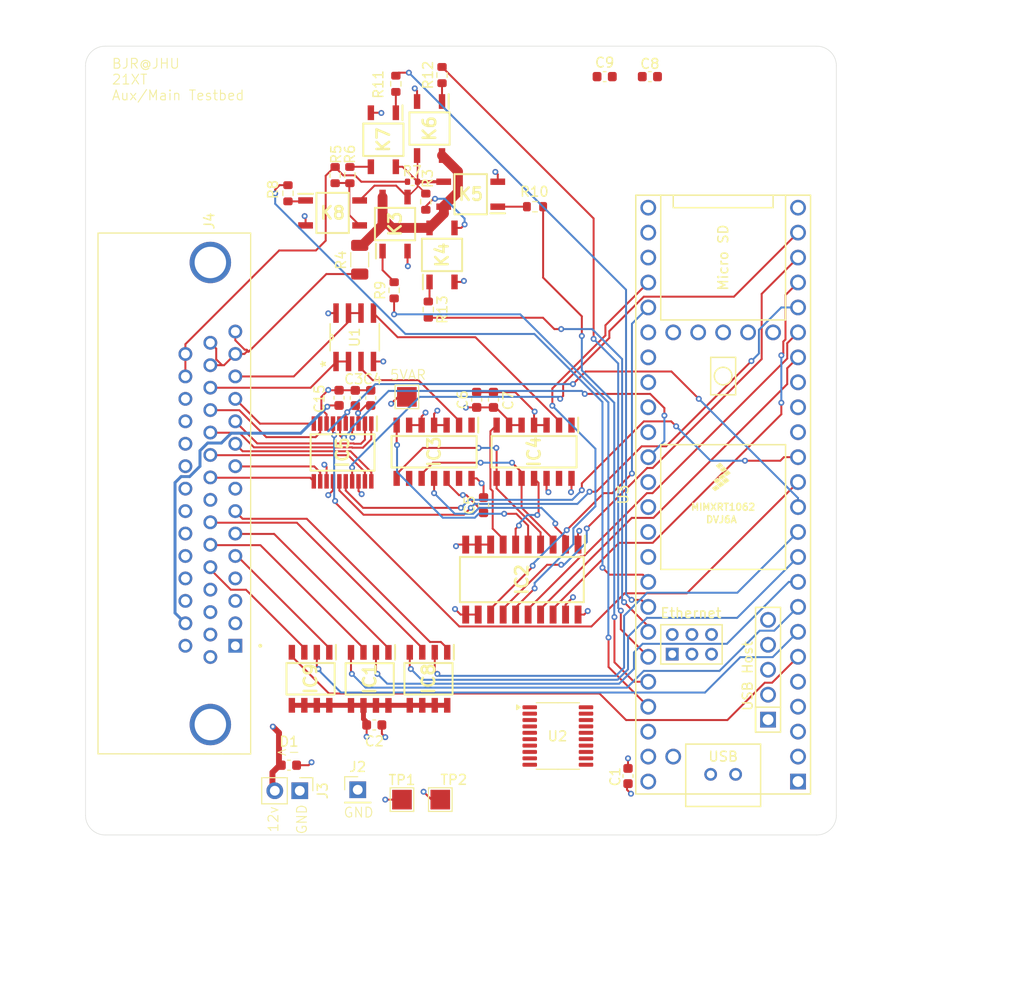
<source format=kicad_pcb>
(kicad_pcb (version 20240108) (generator "pcbnew") (generator_version "8.0")
  (layers (0 "F.Cu" signal) (1 "In1.Cu" signal) (2 "In2.Cu" signal) (31 "B.Cu" signal) (34 "B.Paste" user) (35 "F.Paste" user) (36 "B.SilkS" user "B.Silkscreen") (37 "F.SilkS" user "F.Silkscreen") (38 "B.Mask" user) (39 "F.Mask" user) (44 "Edge.Cuts" user))
  (net 0 "")
  (net 1 "5v_buck")
  (net 2 "GNDA")
  (net 3 "5v_var")
  (net 4 "3v3")
  (net 5 "12v")
  (net 6 "DOUT0")
  (net 7 "Net-(IC2-A5)")
  (net 8 "DOUT1")
  (net 9 "Net-(IC2-A3)")
  (net 10 "Net-(IC2-A6)")
  (net 11 "Net-(IC2-A2)")
  (net 12 "Net-(IC2-A1)")
  (net 13 "Net-(IC2-A4)")
  (net 18 "AOUT2")
  (net 20 "AOUT4")
  (net 22 "AOUT7")
  (net 23 "AOUT3")
  (net 24 "AOUT8")
  (net 25 "AOUT1")
  (net 27 "AOUT5")
  (net 31 "AOUT6")
  (net 32 "CS_acc")
  (net 35 "DOUT2")
  (net 36 "DOUT5")
  (net 39 "DOUT4")
  (net 40 "QS1+")
  (net 42 "RX_device")
  (net 44 "QS1F-")
  (net 46 "AOUT0")
  (net 49 "AOUT9")
  (net 53 "RX_acc")
  (net 55 "MISO1_device")
  (net 56 "RESET_device")
  (net 62 "LDAC1")
  (net 65 "LDAC2")
  (net 67 "SCLK1_device")
  (net 70 "CS1")
  (net 71 "MOSI1_device")
  (net 73 "S1")
  (net 77 "CS_device")
  (net 79 "LDAC_device")
  (net 80 "CS2")
  (net 83 "DIN5")
  (net 84 "DIN4")
  (net 85 "DIN3")
  (net 86 "DIN2")
  (net 87 "RESET")
  (net 88 "MOSI")
  (net 89 "SCLK")
  (net 90 "MISO")
  (net 91 "S4")
  (net 92 "LDAC")
  (net 93 "CS")
  (net 94 "S2")
  (net 95 "Net-(IC4-OUT)")
  (net 99 "S3")
  (net 100 "S6")
  (net 101 "S5")
  (net 102 "Net-(IC3-OUT)")
  (net 106 "DIN1")
  (net 107 "DIN0")
  (net 108 "Net-(K3-LOAD_1)")
  (net 109 "Net-(K3-LOAD_2)")
  (net 110 "Net-(K3-+_CONTROL)")
  (net 111 "Net-(K4-LOAD_1)")
  (net 112 "Net-(K4-+_CONTROL)")
  (net 113 "Net-(K5-+_CONTROL)")
  (net 114 "Net-(K6-+_CONTROL)")
  (net 115 "Net-(K7-LOAD_1)")
  (net 116 "Net-(K7-+_CONTROL)")
  (net 117 "Net-(K8-LOAD_1)")
  (net 118 "Net-(K8-+_CONTROL)")
  (footprint "Capacitor_SMD:C_0603_1608Metric" (layer "F.Cu") (at 124.3 80.6 90)
    (property "Reference" "C6")
    (property "Value" ".1uF")
  )
  (footprint "Capacitor_SMD:C_0603_1608Metric" (layer "F.Cu") (at 110.3 80.4 -90)
    (property "Reference" "C15")
    (property "Value" ".1uF")
  )
  (footprint "accessory_test:DB44" (layer "F.Cu") (at 97.203244 90.139348 -90)
    (property "Reference" "J4")
    (property "Value" "DB44")
  )
  (footprint "Capacitor_SMD:C_0603_1608Metric" (layer "F.Cu") (at 111.951 80.413 90)
    (property "Reference" "C3")
    (property "Value" ".1uF")
  )
  (footprint "Capacitor_SMD:C_0603_1608Metric" (layer "F.Cu") (at 125 91.325 90)
    (property "Reference" "C5")
    (property "Value" ".1uF")
  )
  (footprint "Resistor_SMD:R_0603_1608Metric" (layer "F.Cu") (at 120.775 47.542 90)
    (property "Reference" "R12")
    (property "Value" "390Ω")
  )
  (footprint "Resistor_SMD:R_0603_1608Metric" (layer "F.Cu") (at 105.1 59.575 -90)
    (property "Reference" "R8")
    (property "Value" "390Ω")
  )
  (footprint "Capacitor_SMD:C_0603_1608Metric" (layer "F.Cu") (at 139.7 118.9 -90)
    (property "Reference" "C1")
    (property "Value" ".1uF")
  )
  (footprint "accessory_test:CPC1017N" (layer "F.Cu") (at 114.806 54.127 -90)
    (property "Reference" "K7")
    (property "Value" "CPC1017N" (hide yes))
  )
  (footprint "Capacitor_SMD:C_0603_1608Metric" (layer "F.Cu") (at 137.325 47.7)
    (property "Reference" "C9")
    (property "Value" ".1uF")
  )
  (footprint "Resistor_SMD:R_0603_1608Metric" (layer "F.Cu") (at 119.378 71.419 -90)
    (property "Reference" "R13")
    (property "Value" "390Ω")
  )
  (footprint "accessory_test:SN74LVC245ANSR" (layer "F.Cu") (at 128.9 98.9 -90)
    (property "Reference" "IC2")
    (property "Value" "SN74LVC245ANSR" (hide yes))
  )
  (footprint "Resistor_SMD:R_0402_1005Metric" (layer "F.Cu") (at 117.773 58.401 180)
    (property "Reference" "R7")
    (property "Value" "332Ω")
  )
  (footprint "Capacitor_SMD:C_0603_1608Metric" (layer "F.Cu") (at 141.925 47.7 180)
    (property "Reference" "C8")
    (property "Value" ".1uF")
  )
  (footprint "TestPoint:TestPoint_Pad_2.0x2.0mm" (layer "F.Cu") (at 120.6 121.3)
    (property "Reference" "TP2")
    (property "Value" "TestPoint")
  )
  (footprint "Package_SO:TSSOP-20_4.4x6.5mm_P0.65mm" (layer "F.Cu") (at 132.5625 114.825)
    (property "Reference" "U2")
    (property "Value" "UM3208UK")
  )
  (footprint "Resistor_SMD:R_0603_1608Metric" (layer "F.Cu") (at 111.4 57.725 90)
    (property "Reference" "R6")
    (property "Value" "2Ω")
  )
  (footprint "TestPoint:TestPoint_Pad_2.0x2.0mm" (layer "F.Cu") (at 117.2 80.3)
    (property "Reference" "TP3" (hide yes))
    (property "Value" "TestPoint")
  )
  (footprint "TestPoint:TestPoint_Pad_2.0x2.0mm" (layer "F.Cu") (at 116.7 121.3)
    (property "Reference" "TP1")
    (property "Value" "TestPoint")
  )
  (footprint "accessory_test:CPC1017N" (layer "F.Cu") (at 109.643 61.576)
    (property "Reference" "K8")
    (property "Value" "CPC1017N" (hide yes))
  )
  (footprint "Resistor_SMD:R_0603_1608Metric" (layer "F.Cu") (at 130.237 60.941)
    (property "Reference" "R10")
    (property "Value" "390Ω")
  )
  (footprint "Resistor_SMD:R_0603_1608Metric" (layer "F.Cu") (at 119.124 60.433 -90)
    (property "Reference" "R3")
    (property "Value" ".75Ω")
  )
  (footprint "accessory_test:CPC1017N" (layer "F.Cu") (at 115.996057 62.710172 90)
    (property "Reference" "K3")
    (property "Value" "CPC1017N" (hide yes))
  )
  (footprint "accessory_test:AD5676" (layer "F.Cu") (at 110.655 85.962 -90)
    (property "Reference" "IC5")
    (property "Value" "AD5676BRUZ" (hide yes))
  )
  (footprint "Resistor_SMD:R_1206_3216Metric" (layer "F.Cu") (at 112.4 66.3375 90)
    (property "Reference" "R4")
    (property "Value" "3.01Ω")
  )
  (footprint "accessory_test:DMN3033LSD" (layer "F.Cu") (at 113.418 109.012 -90)
    (property "Reference" "IC1")
    (property "Value" "DMN3033LSD-13" (hide yes))
  )
  (footprint "Capacitor_SMD:C_0603_1608Metric" (layer "F.Cu") (at 105.2 117.8)
    (property "Reference" "D1")
    (property "Value" "PTVS12VZ1USK")
  )
  (footprint "Connector_PinHeader_2.54mm:PinHeader_1x02_P2.54mm_Vertical" (layer "F.Cu") (at 106.3 120.4 -90)
    (property "Reference" "J3")
    (property "Value" "Conn_01x02")
  )
  (footprint "accessory_test:Teensy41" (layer "F.Cu") (at 149.38 90.25 90)
    (property "Reference" "U3")
    (property "Value" "Teensy4.1")
  )
  (footprint "accessory_test:CPC1017N" (layer "F.Cu") (at 123.696 59.671 180)
    (property "Reference" "K5")
    (property "Value" "CPC1017N" (hide yes))
  )
  (footprint "Resistor_SMD:R_0603_1608Metric" (layer "F.Cu") (at 109.9 57.725 90)
    (property "Reference" "R5")
    (property "Value" "100kΩ")
  )
  (footprint "Resistor_SMD:R_0603_1608Metric" (layer "F.Cu") (at 115.903904 69.453487 90)
    (property "Reference" "R9")
    (property "Value" "390Ω")
  )
  (footprint "Connector_PinHeader_2.54mm:PinHeader_1x01_P2.54mm_Vertical" (layer "F.Cu") (at 112.2 120.3)
    (property "Reference" "J2")
    (property "Value" "Conn_01x01")
  )
  (footprint "Resistor_SMD:R_0603_1608Metric" (layer "F.Cu") (at 116.076 48.431 90)
    (property "Reference" "R11")
    (property "Value" "390Ω")
  )
  (footprint "accessory_test:OPA2376AIDR" (layer "F.Cu") (at 111.895 74.2362 90)
    (property "Reference" "U1")
    (property "Value" "OPA2376AIDR")
  )
  (footprint "accessory_test:CPC1017N" (layer "F.Cu") (at 120.775 65.85 90)
    (property "Reference" "K4")
    (property "Value" "CPC1017N" (hide yes))
  )
  (footprint "accessory_test:MAX5719" (layer "F.Cu") (at 119.97 85.888 -90)
    (property "Reference" "IC3")
    (property "Value" "MAX5719GSD+" (hide yes))
  )
  (footprint "accessory_test:MAX5719" (layer "F.Cu") (at 130.14 85.888 -90)
    (property "Reference" "IC4")
    (property "Value" "MAX5719GSD+" (hide yes))
  )
  (footprint "accessory_test:DMN3033LSD" (layer "F.Cu") (at 119.4 109 -90)
    (property "Reference" "IC8")
    (property "Value" "DMN3033LSD-13" (hide yes))
  )
  (footprint "Capacitor_SMD:C_0603_1608Metric" (layer "F.Cu") (at 113.51975 80.406357 90)
    (property "Reference" "C4")
    (property "Value" "10uF")
  )
  (footprint "Capacitor_SMD:C_0603_1608Metric" (layer "F.Cu") (at 126.01 80.6 90)
    (property "Reference" "C7")
    (property "Value" "10uF")
  )
  (footprint "accessory_test:CPC1017N" (layer "F.Cu") (at 119.505 52.984 -90)
    (property "Reference" "K6")
    (property "Value" "CPC1017N" (hide yes))
  )
  (footprint "Capacitor_SMD:C_0603_1608Metric" (layer "F.Cu") (at 113.88 113.7 180)
    (property "Reference" "C2")
    (property "Value" ".1uF")
  )
  (footprint "accessory_test:DMN3033LSD" (layer "F.Cu") (at 107.4 109 -90)
    (property "Reference" "IC9")
    (property "Value" "DMN3033LSD-13" (hide yes))
  )
  (gr_line (start 160.9 46.6) (end 160.9 122.9) (stroke (width 0.05)) (layer "Edge.Cuts"))
  (gr_line (start 158.9 124.9) (end 86.5 124.9) (stroke (width 0.05)) (layer "Edge.Cuts"))
  (gr_arc (start 84.5 46.6) (mid 85.085786 45.185786) (end 86.5 44.6) (stroke (width 0.05)) (layer "Edge.Cuts"))
  (gr_line (start 84.5 122.9) (end 84.5 46.6) (stroke (width 0.05)) (layer "Edge.Cuts"))
  (gr_arc (start 158.9 44.6) (mid 160.314214 45.185786) (end 160.9 46.6) (stroke (width 0.05)) (layer "Edge.Cuts"))
  (gr_line (start 86.5 44.6) (end 158.9 44.6) (stroke (width 0.05)) (layer "Edge.Cuts"))
  (gr_arc (start 86.5 124.9) (mid 85.085786 124.314214) (end 84.5 122.9) (stroke (width 0.05)) (layer "Edge.Cuts"))
  (gr_arc (start 160.9 122.9) (mid 160.314214 124.314214) (end 158.9 124.9) (stroke (width 0.05)) (layer "Edge.Cuts"))
  (gr_text "GND" (at 107.1 124.9 90) (layer "F.SilkS") (effects (font (size 1 1) (thickness 0.1)) (justify left bottom)))
  (gr_text "12v" (at 104.2 124.7 90) (layer "F.SilkS") (effects (font (size 1 1) (thickness 0.1)) (justify left bottom)))
  (gr_text "5VAR" (at 115.422 78.649 0) (layer "F.SilkS") (effects (font (size 1 1) (thickness 0.1)) (justify left bottom)))
  (gr_text "<-" (at 103.8 117 0) (layer "F.SilkS") (effects (font (size 1 1) (thickness 0.1)) (justify left bottom)))
  (gr_text "GND" (at 110.7 123.2 0) (layer "F.SilkS") (effects (font (size 1 1) (thickness 0.1)) (justify left bottom)))
  (gr_text "BJR@JHU\n21XT\nAux/Main Testbed" (at 87.122 50.1904 0) (layer "F.SilkS") (effects (font (size 1 1) (thickness 0.1)) (justify left bottom)))
  (segment (start 112.241185 81.958815) (end 113.018643 81.181357) (width 0.2) (layer "F.Cu") (net 1))
  (segment (start 133.95 88.6) (end 133.95 89.95) (width 0.2) (layer "F.Cu") (net 1))
  (segment (start 113.105 113.7) (end 113.105 113.405) (width 0.2) (layer "F.Cu") (net 1))
  (segment (start 134.615 102.462) (end 135.238 102.462) (width 0.2) (layer "F.Cu") (net 1))
  (segment (start 113.105 113.405) (end 112.783 113.083) (width 0.5) (layer "F.Cu") (net 1))
  (segment (start 109.99 71.7724) (end 109.2276 71.7724) (width 0.2) (layer "F.Cu") (net 1))
  (segment (start 124.3 88.6) (end 124.8 89.1) (width 0.2) (layer "F.Cu") (net 1))
  (segment (start 112.783 113.083) (end 112.783 111.712) (width 0.5) (layer "F.Cu") (net 1))
  (segment (start 112.232656 81.469656) (end 111.951 81.188) (width 0.2) (layer "F.Cu") (net 1))
  (segment (start 113.018643 81.181357) (end 113.51975 81.181357) (width 0.2) (layer "F.Cu") (net 1))
  (segment (start 133.95 89.95) (end 133.9 90) (width 0.2) (layer "F.Cu") (net 1))
  (segment (start 113.105 113.7) (end 113.105 114.895) (width 0.2) (layer "F.Cu") (net 1))
  (segment (start 113.105 114.895) (end 113.1 114.9) (width 0.2) (layer "F.Cu") (net 1))
  (segment (start 125 90.55) (end 125 89.3) (width 0.2) (layer "F.Cu") (net 1))
  (segment (start 140 120.7) (end 139.6 120.3) (width 0.2) (layer "F.Cu") (net 1))
  (segment (start 112.28 83.024) (end 112.28 82.006159) (width 0.2) (layer "F.Cu") (net 1))
  (segment (start 139.6 120.3) (end 139.6 119.775) (width 0.2) (layer "F.Cu") (net 1))
  (segment (start 123.78 88.6) (end 124.3 88.6) (width 0.2) (layer "F.Cu") (net 1))
  (segment (start 109.2276 71.7724) (end 109.2 71.8) (width 0.2) (layer "F.Cu") (net 1))
  (segment (start 125 89.3) (end 124.8 89.1) (width 0.2) (layer "F.Cu") (net 1))
  (segment (start 139.6 119.775) (end 139.7 119.675) (width 0.2) (layer "F.Cu") (net 1))
  (segment (start 112.232656 81.958815) (end 112.232656 81.469656) (width 0.2) (layer "F.Cu") (net 1))
  (segment (start 105.495 111.7) (end 121.305 111.7) (width 0.5) (layer "F.Cu") (net 1))
  (segment (start 112.232656 81.958815) (end 112.241185 81.958815) (width 0.2) (layer "F.Cu") (net 1))
  (segment (start 112.28 82.006159) (end 112.232656 81.958815) (width 0.2) (layer "F.Cu") (net 1))
  (segment (start 135.238 102.462) (end 135.6 102.1) (width 0.2) (layer "F.Cu") (net 1))
  (segment (start 116.7 121.3) (end 115 121.3) (width 0.2) (layer "F.Cu") (net 1))
  (via (at 115 121.3) (size 0.6) (drill 0.3) (layers "F.Cu" "B.Cu") (net 1))
  (via (at 124.8 89.1) (size 0.6) (drill 0.3) (layers "F.Cu" "B.Cu") (net 1))
  (via (at 135.6 102.1) (size 0.6) (drill 0.3) (layers "F.Cu" "B.Cu") (net 1))
  (via (at 133.9 90) (size 0.6) (drill 0.3) (layers "F.Cu" "B.Cu") (net 1))
  (via (at 112.232656 81.958815) (size 0.6) (drill 0.3) (layers "F.Cu" "B.Cu") (net 1))
  (via (at 109.2 71.8) (size 0.6) (drill 0.3) (layers "F.Cu" "B.Cu") (net 1))
  (via (at 113.1 114.9) (size 0.6) (drill 0.3) (layers "F.Cu" "B.Cu") (net 1))
  (via (at 140 120.7) (size 0.6) (drill 0.3) (layers "F.Cu" "B.Cu") (net 1))
  (segment (start 126.446 58.401) (end 126.446 57.646) (width 0.2) (layer "F.Cu") (net 2))
  (segment (start 134.737228 93.94121) (end 134.615 94.063438) (width 0.2) (layer "F.Cu") (net 2))
  (segment (start 114.655 114.605) (end 115 114.95) (width 0.2) (layer "F.Cu") (net 2))
  (segment (start 118.235 50.234) (end 118.235 49.135) (width 0.2) (layer "F.Cu") (net 2))
  (segment (start 109.68 88.9) (end 109.68 89.82) (width 0.2) (layer "F.Cu") (net 2))
  (segment (start 139.7 118.125) (end 139.7 117.1) (width 0.2) (layer "F.Cu") (net 2))
  (segment (start 130.14 83.176) (end 130.14 81.86) (width 0.2) (layer "F.Cu") (net 2))
  (segment (start 108.5 80.3) (end 109.2 79.6) (width 0.2) (layer "F.Cu") (net 2))
  (segment (start 113.51975 79.631357) (end 109.231357 79.631357) (width 0.2) (layer "F.Cu") (net 2))
  (segment (start 114.655 113.7) (end 114.655 114.605) (width 0.2) (layer "F.Cu") (net 2))
  (segment (start 118.235 49.135) (end 118 48.9) (width 0.2) (layer "F.Cu") (net 2))
  (segment (start 109.231357 79.631357) (end 109.2 79.6) (width 0.2) (layer "F.Cu") (net 2))
  (segment (start 122.662 102.462) (end 122.1 101.9) (width 0.2) (layer "F.Cu") (net 2))
  (segment (start 131.41 89.81) (end 131.6 90) (width 0.2) (layer "F.Cu") (net 2))
  (segment (start 133.345 101.455) (end 134.1 100.7) (width 0.2) (layer "F.Cu") (net 2))
  (segment (start 109.68 89.82) (end 109.2 90.3) (width 0.2) (layer "F.Cu") (net 2))
  (segment (start 108.5 81.548529) (end 108.5 80.3) (width 0.2) (layer "F.Cu") (net 2))
  (segment (start 128.225 79.825) (end 130.2 81.8) (width 0.2) (layer "F.Cu") (net 2))
  (segment (start 126.446 57.646) (end 126.2 57.4) (width 0.2) (layer "F.Cu") (net 2))
  (segment (start 109.03 82.078529) (end 108.5 81.548529) (width 0.2) (layer "F.Cu") (net 2))
  (segment (start 109.03 83.024) (end 109.03 82.078529) (width 0.2) (layer "F.Cu") (net 2))
  (segment (start 122.9 90.3) (end 123.248529 90.3) (width 0.2) (layer "F.Cu") (net 2))
  (segment (start 124.455 102.462) (end 123.185 102.462) (width 0.2) (layer "F.Cu") (net 2))
  (segment (start 131.41 88.6) (end 131.41 89.81) (width 0.2) (layer "F.Cu") (net 2))
  (segment (start 113.536 51.377) (end 114.577 51.377) (width 0.2) (layer "F.Cu") (net 2))
  (segment (start 117.266057 66.966057) (end 117.3 67) (width 0.2) (layer "F.Cu") (net 2))
  (segment (start 123.185 95.338) (end 122.362 95.338) (width 0.2) (layer "F.Cu") (net 2))
  (segment (start 106.893 62.846) (end 106.893 61.993) (width 0.2) (layer "F.Cu") (net 2))
  (segment (start 133.345 102.462) (end 133.345 101.455) (width 0.2) (layer "F.Cu") (net 2))
  (segment (start 107.2 117.8) (end 107.5 117.5) (width 0.2) (layer "F.Cu") (net 2))
  (segment (start 122.045 68.6) (end 122.9 68.6) (width 0.2) (layer "F.Cu") (net 2))
  (segment (start 114.577 51.377) (end 114.6 51.4) (width 0.2) (layer "F.Cu") (net 2))
  (segment (start 122.5025 90.3) (end 122.9 90.3) (width 0.2) (layer "F.Cu") (net 2))
  (segment (start 106.893 61.993) (end 106.8 61.9) (width 0.2) (layer "F.Cu") (net 2))
  (segment (start 126.01 79.825) (end 128.225 79.825) (width 0.2) (layer "F.Cu") (net 2))
  (segment (start 130.14 83.176) (end 131.41 83.176) (width 0.2) (layer "F.Cu") (net 2))
  (segment (start 134.615 94.063438) (end 134.615 95.338) (width 0.2) (layer "F.Cu") (net 2))
  (segment (start 119.97 83.176) (end 121.24 83.176) (width 0.2) (layer "F.Cu") (net 2))
  (segment (start 123.248529 90.3) (end 125 92.051471) (width 0.2) (layer "F.Cu") (net 2))
  (segment (start 125.725 95.338) (end 123.185 95.338) (width 0.2) (layer "F.Cu") (net 2))
  (segment (start 124.3 79.825) (end 126.01 79.825) (width 0.2) (layer "F.Cu") (net 2))
  (segment (start 123.185 102.462) (end 122.662 102.462) (width 0.2) (layer "F.Cu") (net 2))
  (segment (start 113.8 76.7) (end 114.8 76.7) (width 0.2) (layer "F.Cu") (net 2))
  (segment (start 122.362 95.338) (end 122.2 95.5) (width 0.2) (layer "F.Cu") (net 2))
  (segment (start 119.97 82.03) (end 120.3 81.7) (width 0.2) (layer "F.Cu") (net 2))
  (segment (start 109.03 87.43) (end 108.8 87.2) (width 0.2) (layer "F.Cu") (net 2))
  (segment (start 122.9 68.6) (end 123 68.5) (width 0.2) (layer "F.Cu") (net 2))
  (segment (start 121.24 88.6) (end 121.24 89.0375) (width 0.2) (layer "F.Cu") (net 2))
  (segment (start 121.24 89.0375) (end 122.5025 90.3) (width 0.2) (layer "F.Cu") (net 2))
  (segment (start 117.266057 65.460172) (end 117.266057 66.966057) (width 0.2) (layer "F.Cu") (net 2))
  (segment (start 109.03 88.9) (end 109.03 87.43) (width 0.2) (layer "F.Cu") (net 2))
  (segment (start 130.14 81.86) (end 130.2 81.8) (width 0.2) (layer "F.Cu") (net 2))
  (segment (start 105.975 117.8) (end 107.2 117.8) (width 0.2) (layer "F.Cu") (net 2))
  (segment (start 125 92.051471) (end 125 92.1) (width 0.2) (layer "F.Cu") (net 2))
  (segment (start 119.97 83.176) (end 119.97 82.03) (width 0.2) (layer "F.Cu") (net 2))
  (via (at 109.2 79.6) (size 0.6) (drill 0.3) (layers "F.Cu" "B.Cu") (net 2))
  (via (at 115 114.95) (size 0.6) (drill 0.3) (layers "F.Cu" "B.Cu") (net 2))
  (via (at 117.3 67) (size 0.6) (drill 0.3) (layers "F.Cu" "B.Cu") (net 2))
  (via (at 134.737228 93.94121) (size 0.6) (drill 0.3) (layers "F.Cu" "B.Cu") (net 2))
  (via (at 131.6 90) (size 0.6) (drill 0.3) (layers "F.Cu" "B.Cu") (net 2))
  (via (at 134.1 100.7) (size 0.6) (drill 0.3) (layers "F.Cu" "B.Cu") (net 2))
  (via (at 114.6 51.4) (size 0.6) (drill 0.3) (layers "F.Cu" "B.Cu") (net 2))
  (via (at 122.1 101.9) (size 0.6) (drill 0.3) (layers "F.Cu" "B.Cu") (net 2))
  (via (at 122.9 90.3) (size 0.6) (drill 0.3) (layers "F.Cu" "B.Cu") (net 2))
  (via (at 122.2 95.5) (size 0.6) (drill 0.3) (layers "F.Cu" "B.Cu") (net 2))
  (via (at 114.8 76.7) (size 0.6) (drill 0.3) (layers "F.Cu" "B.Cu") (net 2))
  (via (at 109.2 90.3) (size 0.6) (drill 0.3) (layers "F.Cu" "B.Cu") (net 2))
  (via (at 130.2 81.8) (size 0.6) (drill 0.3) (layers "F.Cu" "B.Cu") (net 2))
  (via (at 139.7 117.1) (size 0.6) (drill 0.3) (layers "F.Cu" "B.Cu") (net 2))
  (via (at 118 48.9) (size 0.6) (drill 0.3) (layers "F.Cu" "B.Cu") (net 2))
  (via (at 123 68.5) (size 0.6) (drill 0.3) (layers "F.Cu" "B.Cu") (net 2))
  (via (at 120.3 81.7) (size 0.6) (drill 0.3) (layers "F.Cu" "B.Cu") (net 2))
  (via (at 106.8 61.9) (size 0.6) (drill 0.3) (layers "F.Cu" "B.Cu") (net 2))
  (via (at 108.8 87.2) (size 0.6) (drill 0.3) (layers "F.Cu" "B.Cu") (net 2))
  (via (at 126.2 57.4) (size 0.6) (drill 0.3) (layers "F.Cu" "B.Cu") (net 2))
  (via (at 107.5 117.5) (size 0.6) (drill 0.3) (layers "F.Cu" "B.Cu") (net 2))
  (segment (start 118.7 82.3) (end 119.1 81.9) (width 0.2) (layer "F.Cu") (net 3))
  (segment (start 127.6 83.176) (end 128.87 83.176) (width 0.2) (layer "F.Cu") (net 3))
  (segment (start 116.3 80.3) (end 115.6 81) (width 0.2) (layer "F.Cu") (net 3))
  (segment (start 124.3 81.375) (end 126.01 81.375) (width 0.2) (layer "F.Cu") (net 3))
  (segment (start 123.225 81.375) (end 123.2 81.4) (width 0.2) (layer "F.Cu") (net 3))
  (segment (start 112.28 89.88) (end 112.6 90.2) (width 0.2) (layer "F.Cu") (net 3))
  (segment (start 118.7 83.176) (end 118.7 82.3) (width 0.2) (layer "F.Cu") (net 3))
  (segment (start 117.43 83.176) (end 118.7 83.176) (width 0.2) (layer "F.Cu") (net 3))
  (segment (start 117.2 80.3) (end 116.3 80.3) (width 0.2) (layer "F.Cu") (net 3))
  (segment (start 126.2365 81.375) (end 126.01 81.375) (width 0.2) (layer "F.Cu") (net 3))
  (segment (start 127.6 82.7385) (end 126.2365 81.375) (width 0.2) (layer "F.Cu") (net 3))
  (segment (start 127.6 83.176) (end 127.6 82.7385) (width 0.2) (layer "F.Cu") (net 3))
  (segment (start 124.3 81.375) (end 123.225 81.375) (width 0.2) (layer "F.Cu") (net 3))
  (segment (start 112.28 88.9) (end 112.28 89.88) (width 0.2) (layer "F.Cu") (net 3))
  (via (at 123.2 81.4) (size 0.6) (drill 0.3) (layers "F.Cu" "B.Cu") (net 3))
  (via (at 115.6 81) (size 0.6) (drill 0.3) (layers "F.Cu" "B.Cu") (net 3))
  (via (at 112.6 90.2) (size 0.6) (drill 0.3) (layers "F.Cu" "B.Cu") (net 3))
  (via (at 119.1 81.9) (size 0.6) (drill 0.3) (layers "F.Cu" "B.Cu") (net 3))
  (segment (start 110.3 81.175) (end 109.225 81.175) (width 0.2) (layer "F.Cu") (net 4))
  (segment (start 111.65257 84.44) (end 111.63 84.41743) (width 0.2) (layer "F.Cu") (net 4))
  (segment (start 111.63 84.41743) (end 111.63 83.024) (width 0.2) (layer "F.Cu") (net 4))
  (segment (start 109.225 81.175) (end 109.1 81.3) (width 0.2) (layer "F.Cu") (net 4))
  (segment (start 119.7 121.3) (end 120.6 121.3) (width 0.2) (layer "F.Cu") (net 4))
  (segment (start 118.9 120.5) (end 119.7 121.3) (width 0.2) (layer "F.Cu") (net 4))
  (via (at 111.65257 84.44) (size 0.6) (drill 0.3) (layers "F.Cu" "B.Cu") (net 4))
  (via (at 118.9 120.5) (size 0.6) (drill 0.3) (layers "F.Cu" "B.Cu") (net 4))
  (via (at 109.1 81.3) (size 0.6) (drill 0.3) (layers "F.Cu" "B.Cu") (net 4))
  (segment (start 94.226662 88.413348) (end 95.099826 88.413348) (width 0.3) (layer "B.Cu") (net 4))
  (segment (start 99.32701 84) (end 106.4 84) (width 0.3) (layer "B.Cu") (net 4))
  (segment (start 93.609244 102.300348) (end 93.609244 89.030766) (width 0.3) (layer "B.Cu") (net 4))
  (segment (start 106.4 84) (end 109.1 81.3) (width 0.3) (layer "B.Cu") (net 4))
  (segment (start 93.609244 89.030766) (end 94.226662 88.413348) (width 0.3) (layer "B.Cu") (net 4))
  (segment (start 94.663244 103.354348) (end 93.609244 102.300348) (width 0.3) (layer "B.Cu") (net 4))
  (segment (start 95.099826 88.413348) (end 96.149244 87.36393) (width 0.3) (layer "B.Cu") (net 4))
  (segment (start 96.92951 85) (end 98.32701 85) (width 0.3) (layer "B.Cu") (net 4))
  (segment (start 96.149244 85.780266) (end 96.92951 85) (width 0.3) (layer "B.Cu") (net 4))
  (segment (start 96.149244 87.36393) (end 96.149244 85.780266) (width 0.3) (layer "B.Cu") (net 4))
  (segment (start 98.32701 85) (end 99.32701 84) (width 0.3) (layer "B.Cu") (net 4))
  (segment (start 104.185756 114.493954) (end 104.185756 117.868954) (width 0.6) (layer "F.Cu") (net 5))
  (segment (start 103.520756 120.468954) (end 103.520756 118.533954) (width 0.6) (layer "F.Cu") (net 5))
  (segment (start 103.520756 118.533954) (end 104.185756 117.868954) (width 0.6) (layer "F.Cu") (net 5))
  (segment (start 103.560756 113.868954) (end 104.185756 114.493954) (width 0.6) (layer "F.Cu") (net 5))
  (via (at 103.560756 113.868954) (size 0.6) (drill 0.3) (layers "F.Cu" "B.Cu") (net 5))
  (segment (start 100.485 92.71) (end 99.74 91.965) (width 0.2) (layer "F.Cu") (net 6))
  (segment (start 119.55 105.25) (end 107.01 92.71) (width 0.2) (layer "F.Cu") (net 6))
  (segment (start 107.01 92.71) (end 100.485 92.71) (width 0.2) (layer "F.Cu") (net 6))
  (segment (start 120.66 105.25) (end 119.55 105.25) (width 0.2) (layer "F.Cu") (net 6))
  (segment (start 121.305 105.895) (end 120.66 105.25) (width 0.2) (layer "F.Cu") (net 6))
  (segment (start 121.305 106.3) (end 121.305 105.895) (width 0.2) (layer "F.Cu") (net 6))
  (segment (start 130.6 89.06) (end 130.6 92.2) (width 0.2) (layer "F.Cu") (net 7))
  (segment (start 128.265 93.735) (end 128.265 95.338) (width 0.2) (layer "F.Cu") (net 7))
  (segment (start 128.6 93.4) (end 128.265 93.735) (width 0.2) (layer "F.Cu") (net 7))
  (segment (start 130.6 92.2) (end 130.474015 92.325985) (width 0.2) (layer "F.Cu") (net 7))
  (segment (start 130.14 88.6) (end 130.6 89.06) (width 0.2) (layer "F.Cu") (net 7))
  (via (at 130.474015 92.325985) (size 0.6) (drill 0.3) (layers "F.Cu" "B.Cu") (net 7))
  (via (at 128.6 93.4) (size 0.6) (drill 0.3) (layers "F.Cu" "B.Cu") (net 7))
  (segment (start 128.6 93.2) (end 129.474015 92.325985) (width 0.2) (layer "B.Cu") (net 7))
  (segment (start 128.6 93.4) (end 128.6 93.2) (width 0.2) (layer "B.Cu") (net 7))
  (segment (start 129.474015 92.325985) (end 130.474015 92.325985) (width 0.2) (layer "B.Cu") (net 7))
  (segment (start 115.323 106.312) (end 115.323 105.887) (width 0.2) (layer "F.Cu") (net 8))
  (segment (start 115.323 105.887) (end 103.691 94.255) (width 0.2) (layer "F.Cu") (net 8))
  (segment (start 103.691 94.255) (end 99.74 94.255) (width 0.2) (layer "F.Cu") (net 8))
  (segment (start 126.33 85.53) (end 126.33 88.6) (width 0.2) (layer "F.Cu") (net 9))
  (segment (start 118.8225 85.5) (end 124.5 85.5) (width 0.2) (layer "F.Cu") (net 9))
  (segment (start 116.16 88.1625) (end 118.8225 85.5) (width 0.2) (layer "F.Cu") (net 9))
  (segment (start 130.805 95.338) (end 130.805 94.105) (width 0.2) (layer "F.Cu") (net 9))
  (segment (start 116.16 88.6) (end 116.16 88.1625) (width 0.2) (layer "F.Cu") (net 9))
  (segment (start 126.33 89.63) (end 126.33 88.6) (width 0.2) (layer "F.Cu") (net 9))
  (segment (start 130.805 94.105) (end 126.33 89.63) (width 0.2) (layer "F.Cu") (net 9))
  (segment (start 126.3 85.5) (end 126.33 85.53) (width 0.2) (layer "F.Cu") (net 9))
  (via (at 124.5 85.5) (size 0.6) (drill 0.3) (layers "F.Cu" "B.Cu") (net 9))
  (via (at 126.3 85.5) (size 0.6) (drill 0.3) (layers "F.Cu" "B.Cu") (net 9))
  (segment (start 124.5 85.5) (end 126.3 85.5) (width 0.2) (layer "B.Cu") (net 9))
  (segment (start 125.7 83.806) (end 126.33 83.176) (width 0.2) (layer "F.Cu") (net 10))
  (segment (start 126.995 94.7755) (end 125.93 93.7105) (width 0.2) (layer "F.Cu") (net 10))
  (segment (start 125.7 89.6575) (end 125.7 83.806) (width 0.2) (layer "F.Cu") (net 10))
  (segment (start 125.93 93.7105) (end 125.93 89.8875) (width 0.2) (layer "F.Cu") (net 10))
  (segment (start 125.93 89.8875) (end 125.7 89.6575) (width 0.2) (layer "F.Cu") (net 10))
  (segment (start 126.995 95.338) (end 126.995 94.7755) (width 0.2) (layer "F.Cu") (net 10))
  (segment (start 119.8625 87) (end 124.7 87) (width 0.2) (layer "F.Cu") (net 11))
  (segment (start 132.075 95.338) (end 132.075 94.7755) (width 0.2) (layer "F.Cu") (net 11))
  (segment (start 127.9 87) (end 128.87 87.97) (width 0.2) (layer "F.Cu") (net 11))
  (segment (start 132.075 94.7755) (end 128.87 91.5705) (width 0.2) (layer "F.Cu") (net 11))
  (segment (start 128.87 87.97) (end 128.87 88.6) (width 0.2) (layer "F.Cu") (net 11))
  (segment (start 128.87 91.5705) (end 128.87 88.6) (width 0.2) (layer "F.Cu") (net 11))
  (segment (start 118.7 88.1625) (end 119.8625 87) (width 0.2) (layer "F.Cu") (net 11))
  (segment (start 118.7 88.6) (end 118.7 88.1625) (width 0.2) (layer "F.Cu") (net 11))
  (via (at 127.9 87) (size 0.6) (drill 0.3) (layers "F.Cu" "B.Cu") (net 11))
  (via (at 124.7 87) (size 0.6) (drill 0.3) (layers "F.Cu" "B.Cu") (net 11))
  (segment (start 127.9 87) (end 124.7 87) (width 0.2) (layer "B.Cu") (net 11))
  (segment (start 133.345 94.465686) (end 133.345 95.338) (width 0.2) (layer "F.Cu") (net 12))
  (segment (start 119.97 90.1) (end 119.97 88.6) (width 0.2) (layer "F.Cu") (net 12))
  (segment (start 132.3 93.548529) (end 133.217157 94.465686) (width 0.2) (layer "F.Cu") (net 12))
  (segment (start 133.217157 94.465686) (end 133.345 94.465686) (width 0.2) (layer "F.Cu") (net 12))
  (segment (start 132.3 93.548529) (end 132.3 93.2) (width 0.2) (layer "F.Cu") (net 12))
  (via (at 132.3 93.2) (size 0.6) (drill 0.3) (layers "F.Cu" "B.Cu") (net 12))
  (via (at 119.97 90.1) (size 0.6) (drill 0.3) (layers "F.Cu" "B.Cu") (net 12))
  (segment (start 132.3 93) (end 130.9 91.6) (width 0.2) (layer "B.Cu") (net 12))
  (segment (start 130.9 91.6) (end 124.548529 91.6) (width 0.2) (layer "B.Cu") (net 12))
  (segment (start 122.07 92.2) (end 119.97 90.1) (width 0.2) (layer "B.Cu") (net 12))
  (segment (start 123.948529 92.2) (end 122.07 92.2) (width 0.2) (layer "B.Cu") (net 12))
  (segment (start 124.548529 91.6) (end 123.948529 92.2) (width 0.2) (layer "B.Cu") (net 12))
  (segment (start 132.3 93.2) (end 132.3 93) (width 0.2) (layer "B.Cu") (net 12))
  (segment (start 129.535 93.400686) (end 129.535 95.338) (width 0.2) (layer "F.Cu") (net 13))
  (segment (start 116.2 85.2) (end 116.16 85.16) (width 0.2) (layer "F.Cu") (net 13))
  (segment (start 116.16 85.16) (end 116.16 83.176) (width 0.2) (layer "F.Cu") (net 13))
  (segment (start 128.334314 92.2) (end 129.535 93.400686) (width 0.2) (layer "F.Cu") (net 13))
  (segment (start 127.1 92.2) (end 128.334314 92.2) (width 0.2) (layer "F.Cu") (net 13))
  (via (at 116.2 85.2) (size 0.6) (drill 0.3) (layers "F.Cu" "B.Cu") (net 13))
  (via (at 127.1 92.2) (size 0.6) (drill 0.3) (layers "F.Cu" "B.Cu") (net 13))
  (segment (start 124.514215 92.2) (end 124.114215 92.6) (width 0.2) (layer "B.Cu") (net 13))
  (segment (start 127.1 92.2) (end 124.514215 92.2) (width 0.2) (layer "B.Cu") (net 13))
  (segment (start 116.2 87.948529) (end 116.2 85.2) (width 0.2) (layer "B.Cu") (net 13))
  (segment (start 120.851471 92.6) (end 116.2 87.948529) (width 0.2) (layer "B.Cu") (net 13))
  (segment (start 124.114215 92.6) (end 120.851471 92.6) (width 0.2) (layer "B.Cu") (net 13))
  (segment (start 111.4575 85.84) (end 100.485 85.84) (width 0.2) (layer "F.Cu") (net 18))
  (segment (start 113.58 87.9625) (end 111.4575 85.84) (width 0.2) (layer "F.Cu") (net 18))
  (segment (start 113.58 88.9) (end 113.58 87.9625) (width 0.2) (layer "F.Cu") (net 18))
  (segment (start 100.485 85.84) (end 99.74 85.095) (width 0.2) (layer "F.Cu") (net 18))
  (segment (start 102.249 83.024) (end 99.74 80.515) (width 0.2) (layer "F.Cu") (net 20))
  (segment (start 107.73 83.024) (end 102.249 83.024) (width 0.2) (layer "F.Cu") (net 20))
  (segment (start 111.218529 86.24) (end 97.2 86.24) (width 0.2) (layer "F.Cu") (net 22))
  (segment (start 112.93 87.951471) (end 111.218529 86.24) (width 0.2) (layer "F.Cu") (net 22))
  (segment (start 112.93 88.9) (end 112.93 87.951471) (width 0.2) (layer "F.Cu") (net 22))
  (segment (start 112.93 83.024) (end 112.93 84.67) (width 0.2) (layer "F.Cu") (net 23))
  (segment (start 111.820186 85.071314) (end 111.788872 85.04) (width 0.2) (layer "F.Cu") (net 23))
  (segment (start 112.528686 85.071314) (end 111.820186 85.071314) (width 0.2) (layer "F.Cu") (net 23))
  (segment (start 111.788872 85.04) (end 101.975 85.04) (width 0.2) (layer "F.Cu") (net 23))
  (segment (start 112.93 84.67) (end 112.528686 85.071314) (width 0.2) (layer "F.Cu") (net 23))
  (segment (start 101.975 85.04) (end 99.74 82.805) (width 0.2) (layer "F.Cu") (net 23))
  (segment (start 111.623186 85.44) (end 101.640635 85.44) (width 0.2) (layer "F.Cu") (net 24))
  (segment (start 112.728686 85.471314) (end 111.6545 85.471314) (width 0.2) (layer "F.Cu") (net 24))
  (segment (start 113.58 84.62) (end 112.728686 85.471314) (width 0.2) (layer "F.Cu") (net 24))
  (segment (start 111.6545 85.471314) (end 111.623186 85.44) (width 0.2) (layer "F.Cu") (net 24))
  (segment (start 101.640635 85.44) (end 100.150635 83.95) (width 0.2) (layer "F.Cu") (net 24))
  (segment (start 100.150635 83.95) (end 97.2 83.95) (width 0.2) (layer "F.Cu") (net 24))
  (segment (start 113.58 83.024) (end 113.58 84.62) (width 0.2) (layer "F.Cu") (net 24))
  (segment (start 108.38 88.9) (end 108.38 87.9875) (width 0.2) (layer "F.Cu") (net 25))
  (segment (start 107.7775 87.385) (end 99.74 87.385) (width 0.2) (layer "F.Cu") (net 25))
  (segment (start 108.38 87.9875) (end 107.7775 87.385) (width 0.2) (layer "F.Cu") (net 25))
  (segment (start 112.53 71.7724) (end 111.26 71.7724) (width 0.2) (layer "F.Cu") (net 27))
  (segment (start 105.6874 78.225) (end 99.74 78.225) (width 0.2) (layer "F.Cu") (net 27))
  (segment (start 111.26 72.6524) (end 111.26 71.7724) (width 0.2) (layer "F.Cu") (net 27))
  (segment (start 105.6874 78.225) (end 111.26 72.6524) (width 0.2) (layer "F.Cu") (net 27))
  (segment (start 107.36 88.53) (end 97.2 88.53) (width 0.2) (layer "F.Cu") (net 31))
  (segment (start 107.73 88.9) (end 107.36 88.53) (width 0.2) (layer "F.Cu") (net 31))
  (segment (start 118.765 106.3) (end 118.765 105.875) (width 0.2) (layer "F.Cu") (net 32))
  (segment (start 106 93.11) (end 97.2 93.11) (width 0.2) (layer "F.Cu") (net 32))
  (segment (start 118.765 105.875) (end 106 93.11) (width 0.2) (layer "F.Cu") (net 32))
  (segment (start 109.305 105.875) (end 99.975 96.545) (width 0.2) (layer "F.Cu") (net 35))
  (segment (start 99.975 96.545) (end 99.74 96.545) (width 0.2) (layer "F.Cu") (net 35))
  (segment (start 109.305 106.3) (end 109.305 105.875) (width 0.2) (layer "F.Cu") (net 35))
  (segment (start 106.765 105.875) (end 100.825 99.935) (width 0.2) (layer "F.Cu") (net 36))
  (segment (start 106.765 106.3) (end 106.765 105.875) (width 0.2) (layer "F.Cu") (net 36))
  (segment (start 97.2 97.850635) (end 97.2 97.69) (width 0.2) (layer "F.Cu") (net 36))
  (segment (start 99.284365 99.935) (end 97.2 97.850635) (width 0.2) (layer "F.Cu") (net 36))
  (segment (start 100.825 99.935) (end 99.284365 99.935) (width 0.2) (layer "F.Cu") (net 36))
  (segment (start 112.783 106.312) (end 112.783 105.887) (width 0.2) (layer "F.Cu") (net 39))
  (segment (start 102.296 95.4) (end 97.2 95.4) (width 0.2) (layer "F.Cu") (net 39))
  (segment (start 112.783 105.887) (end 102.296 95.4) (width 0.2) (layer "F.Cu") (net 39))
  (segment (start 111.914927 57.751279) (end 110.727279 57.751279) (width 0.2) (layer "F.Cu") (net 40))
  (segment (start 112.564648 58.401) (end 111.914927 57.751279) (width 0.2) (layer "F.Cu") (net 40))
  (segment (start 94.663244 78.219348) (end 94.663244 75.934348) (width 0.2) (layer "F.Cu") (net 40))
  (segment (start 117.263 58.401) (end 112.564648 58.401) (width 0.2) (layer "F.Cu") (net 40))
  (segment (start 109.853 56.877) (end 108.939 57.791) (width 0.2) (layer "F.Cu") (net 40))
  (segment (start 110.727279 57.751279) (end 109.853 56.877) (width 0.2) (layer "F.Cu") (net 40))
  (segment (start 94.663244 74.938742) (end 94.663244 75.934348) (width 0.2) (layer "F.Cu") (net 40))
  (segment (start 108.939 64.4) (end 107.939 65.4) (width 0.2) (layer "F.Cu") (net 40))
  (segment (start 107.939 65.4) (end 104.201986 65.4) (width 0.2) (layer "F.Cu") (net 40))
  (segment (start 104.201986 65.4) (end 94.663244 74.938742) (width 0.2) (layer "F.Cu") (net 40))
  (segment (start 108.939 57.791) (end 108.939 64.4) (width 0.2) (layer "F.Cu") (net 40))
  (segment (start 97.203244 74.791848) (end 97.8 75.388604) (width 0.2) (layer "F.Cu") (net 44))
  (segment (start 98.600744 77.076848) (end 98.4 77.076848) (width 0.2) (layer "F.Cu") (net 44))
  (segment (start 99.743244 74.543244) (end 100.7 75.5) (width 0.2) (layer "F.Cu") (net 44))
  (segment (start 109.001 67.799) (end 101.1 75.7) (width 0.2) (layer "F.Cu") (net 44))
  (segment (start 100.7 75.5) (end 100.9 75.5) (width 0.2) (layer "F.Cu") (net 44))
  (segment (start 98.396756 77.076848) (end 98.4 77.076848) (width 0.2) (layer "F.Cu") (net 44))
  (segment (start 97.8 76.480092) (end 98.396756 77.076848) (width 0.2) (layer "F.Cu") (net 44))
  (segment (start 101.1 75.7) (end 100.9 75.7) (width 0.2) (layer "F.Cu") (net 44))
  (segment (start 100.9 75.7) (end 100.665652 75.934348) (width 0.2) (layer "F.Cu") (net 44))
  (segment (start 100.9 75.5) (end 101.1 75.7) (width 0.2) (layer "F.Cu") (net 44))
  (segment (start 98.4 77.076848) (end 97.203244 77.076848) (width 0.2) (layer "F.Cu") (net 44))
  (segment (start 99.743244 73.649348) (end 99.743244 74.543244) (width 0.2) (layer "F.Cu") (net 44))
  (segment (start 99.743244 75.934348) (end 98.600744 77.076848) (width 0.2) (layer "F.Cu") (net 44))
  (segment (start 100.665652 75.934348) (end 99.743244 75.934348) (width 0.2) (layer "F.Cu") (net 44))
  (segment (start 112.393 67.799) (end 109.001 67.799) (width 0.2) (layer "F.Cu") (net 44))
  (segment (start 97.8 75.388604) (end 97.8 76.480092) (width 0.2) (layer "F.Cu") (net 44))
  (segment (start 109.99 76.78) (end 109.99 76.7) (width 0.2) (layer "F.Cu") (net 46))
  (segment (start 107.4 79.37) (end 109.99 76.78) (width 0.2) (layer "F.Cu") (net 46))
  (segment (start 107.4 79.37) (end 97.2 79.37) (width 0.2) (layer "F.Cu") (net 46))
  (segment (start 111.26 76.7) (end 109.99 76.7) (width 0.2) (layer "F.Cu") (net 46))
  (segment (start 102.890635 84.4) (end 100.150635 81.66) (width 0.2) (layer "F.Cu") (net 49))
  (segment (start 107.9165 84.4) (end 102.890635 84.4) (width 0.2) (layer "F.Cu") (net 49))
  (segment (start 100.150635 81.66) (end 97.2 81.66) (width 0.2) (layer "F.Cu") (net 49))
  (segment (start 108.38 83.024) (end 108.38 83.9365) (width 0.2) (layer "F.Cu") (net 49))
  (segment (start 108.38 83.9365) (end 107.9165 84.4) (width 0.2) (layer "F.Cu") (net 49))
  (segment (start 155.5 74.674315) (end 155.723461 74.450854) (width 0.2) (layer "F.Cu") (net 62))
  (segment (start 155.3 82.075635) (end 142.215635 95.16) (width 0.2) (layer "F.Cu") (net 62))
  (segment (start 155.3 76.075735) (end 155.5 75.875735) (width 0.2) (layer "F.Cu") (net 62))
  (segment (start 132.075 101.8695) (end 132.075 102.462) (width 0.2) (layer "F.Cu") (net 62))
  (segment (start 142.215635 95.16) (end 138.7845 95.16) (width 0.2) (layer "F.Cu") (net 62))
  (segment (start 155.3 80.9) (end 155.3 82.075635) (width 0.2) (layer "F.Cu") (net 62))
  (segment (start 138.7845 95.16) (end 132.075 101.8695) (width 0.2) (layer "F.Cu") (net 62))
  (segment (start 155.723461 69.936539) (end 157 68.66) (width 0.2) (layer "F.Cu") (net 62))
  (segment (start 155.5 75.875735) (end 155.5 74.674315) (width 0.2) (layer "F.Cu") (net 62))
  (segment (start 155.723461 74.450854) (end 155.723461 69.936539) (width 0.2) (layer "F.Cu") (net 62))
  (via (at 155.3 80.9) (size 0.6) (drill 0.3) (layers "F.Cu" "B.Cu") (net 62))
  (via (at 155.3 76.075735) (size 0.6) (drill 0.3) (layers "F.Cu" "B.Cu") (net 62))
  (segment (start 155.3 80.9) (end 155.3 76.075735) (width 0.2) (layer "B.Cu") (net 62))
  (segment (start 132.9 97.392985) (end 131.471515 97.392985) (width 0.2) (layer "F.Cu") (net 65))
  (segment (start 141.644365 87.54) (end 142.215635 87.54) (width 0.2) (layer "F.Cu") (net 65))
  (segment (start 153.3 69.82) (end 157 66.12) (width 0.2) (layer "F.Cu") (net 65))
  (segment (start 142.215635 87.54) (end 153.3 76.455635) (width 0.2) (layer "F.Cu") (net 65))
  (segment (start 135.5 93.7) (end 135.5 93.684365) (width 0.2) (layer "F.Cu") (net 65))
  (segment (start 131.471515 97.392985) (end 126.995 101.8695) (width 0.2) (layer "F.Cu") (net 65))
  (segment (start 153.3 76.455635) (end 153.3 69.82) (width 0.2) (layer "F.Cu") (net 65))
  (segment (start 135.5 93.684365) (end 141.644365 87.54) (width 0.2) (layer "F.Cu") (net 65))
  (segment (start 126.995 101.8695) (end 126.995 102.462) (width 0.2) (layer "F.Cu") (net 65))
  (via (at 135.5 93.7) (size 0.6) (drill 0.3) (layers "F.Cu" "B.Cu") (net 65))
  (via (at 132.9 97.392985) (size 0.6) (drill 0.3) (layers "F.Cu" "B.Cu") (net 65))
  (segment (start 133.192985 97.392985) (end 135.5 95.08597) (width 0.2) (layer "B.Cu") (net 65))
  (segment (start 132.9 97.392985) (end 133.192985 97.392985) (width 0.2) (layer "B.Cu") (net 65))
  (segment (start 135.5 95.08597) (end 135.5 93.7) (width 0.2) (layer "B.Cu") (net 65))
  (segment (start 137.4 74.048529) (end 137.4 73.02) (width 0.2) (layer "F.Cu") (net 70))
  (segment (start 132 81.2) (end 132 79.448529) (width 0.2) (layer "F.Cu") (net 70))
  (segment (start 132 79.448529) (end 137.4 74.048529) (width 0.2) (layer "F.Cu") (net 70))
  (segment (start 128.265 101.735) (end 130.2 99.8) (width 0.2) (layer "F.Cu") (net 70))
  (segment (start 137.4 73.02) (end 141.76 68.66) (width 0.2) (layer "F.Cu") (net 70))
  (segment (start 128.265 102.462) (end 128.265 101.735) (width 0.2) (layer "F.Cu") (net 70))
  (via (at 132 81.2) (size 0.6) (drill 0.3) (layers "F.Cu" "B.Cu") (net 70))
  (via (at 130.2 99.8) (size 0.6) (drill 0.3) (layers "F.Cu" "B.Cu") (net 70))
  (segment (start 136.384467 91.445442) (end 136.384467 85.584467) (width 0.2) (layer "B.Cu") (net 70))
  (segment (start 136.384467 85.584467) (end 132 81.2) (width 0.2) (layer "B.Cu") (net 70))
  (segment (start 130.2 99.8) (end 130.2 99.244456) (width 0.2) (layer "B.Cu") (net 70))
  (segment (start 134.137228 95.307228) (end 134.137228 93.692681) (width 0.2) (layer "B.Cu") (net 70))
  (segment (start 130.2 99.244456) (end 134.137228 95.307228) (width 0.2) (layer "B.Cu") (net 70))
  (segment (start 134.137228 93.692681) (end 136.384467 91.445442) (width 0.2) (layer "B.Cu") (net 70))
  (segment (start 137.717918 104.8) (end 137.717918 107.797918) (width 0.2) (layer "F.Cu") (net 73))
  (segment (start 137.717918 107.797918) (end 141.76 111.84) (width 0.2) (layer "F.Cu") (net 73))
  (segment (start 115.9 70.324) (end 115.949 70.275) (width 0.2) (layer "F.Cu") (net 73))
  (segment (start 115.9 71.9) (end 115.9 70.324) (width 0.2) (layer "F.Cu") (net 73))
  (via (at 137.717918 104.8) (size 0.6) (drill 0.3) (layers "F.Cu" "B.Cu") (net 73))
  (via (at 115.9 71.9) (size 0.6) (drill 0.3) (layers "F.Cu" "B.Cu") (net 73))
  (segment (start 137.7 80.865686) (end 128.734314 71.9) (width 0.2) (layer "B.Cu") (net 73))
  (segment (start 137.7 104.782082) (end 137.7 80.865686) (width 0.2) (layer "B.Cu") (net 73))
  (segment (start 137.717918 104.8) (end 137.7 104.782082) (width 0.2) (layer "B.Cu") (net 73))
  (segment (start 128.734314 71.9) (end 115.9 71.9) (width 0.2) (layer "B.Cu") (net 73))
  (segment (start 130 97.5945) (end 125.725 101.8695) (width 0.2) (layer "F.Cu") (net 80))
  (segment (start 130 97.5) (end 130 97.5945) (width 0.2) (layer "F.Cu") (net 80))
  (segment (start 138.1 90.1) (end 140.1 88.1) (width 0.2) (layer "F.Cu") (net 80))
  (segment (start 133.465686 93.865686) (end 137.231372 90.1) (width 0.2) (layer "F.Cu") (net 80))
  (segment (start 137.231372 90.1) (end 138.1 90.1) (width 0.2) (layer "F.Cu") (net 80))
  (segment (start 125.725 101.8695) (end 125.725 102.462) (width 0.2) (layer "F.Cu") (net 80))
  (via (at 140.1 88.1) (size 0.6) (drill 0.3) (layers "F.Cu" "B.Cu") (net 80))
  (via (at 130 97.5) (size 0.6) (drill 0.3) (layers "F.Cu" "B.Cu") (net 80))
  (via (at 133.465686 93.865686) (size 0.6) (drill 0.3) (layers "F.Cu" "B.Cu") (net 80))
  (segment (start 140.1 88.1) (end 140.1 72.86) (width 0.2) (layer "B.Cu") (net 80))
  (segment (start 140.1 72.86) (end 141.76 71.2) (width 0.2) (layer "B.Cu") (net 80))
  (segment (start 130 97.331372) (end 133.465686 93.865686) (width 0.2) (layer "B.Cu") (net 80))
  (segment (start 130 97.5) (end 130 97.331372) (width 0.2) (layer "B.Cu") (net 80))
  (segment (start 154.36 109.4) (end 157 106.76) (width 0.2) (layer "F.Cu") (net 83))
  (segment (start 109.27 110.5) (end 136.8 110.5) (width 0.2) (layer "F.Cu") (net 83))
  (segment (start 139.5 113.2) (end 149.814365 113.2) (width 0.2) (layer "F.Cu") (net 83))
  (segment (start 105.495 106.3) (end 105.495 106.725) (width 0.2) (layer "F.Cu") (net 83))
  (segment (start 153.614365 109.4) (end 154.36 109.4) (width 0.2) (layer "F.Cu") (net 83))
  (segment (start 149.814365 113.2) (end 153.614365 109.4) (width 0.2) (layer "F.Cu") (net 83))
  (segment (start 136.8 110.5) (end 139.5 113.2) (width 0.2) (layer "F.Cu") (net 83))
  (segment (start 105.495 106.725) (end 109.27 110.5) (width 0.2) (layer "F.Cu") (net 83))
  (segment (start 111.6 108.5) (end 111.513 108.413) (width 0.2) (layer "F.Cu") (net 84))
  (segment (start 111.513 108.413) (end 111.513 106.312) (width 0.2) (layer "F.Cu") (net 84))
  (via (at 111.6 108.5) (size 0.6) (drill 0.3) (layers "F.Cu" "B.Cu") (net 84))
  (segment (start 149 108.2) (end 153.0992 104.1008) (width 0.2) (layer "B.Cu") (net 84))
  (segment (start 113 109.9) (end 139.604365 109.9) (width 0.2) (layer "B.Cu") (net 84))
  (segment (start 153.0992 104.1008) (end 154.5792 104.1008) (width 0.2) (layer "B.Cu") (net 84))
  (segment (start 141.304365 108.2) (end 149 108.2) (width 0.2) (layer "B.Cu") (net 84))
  (segment (start 111.6 108.5) (end 113 109.9) (width 0.2) (layer "B.Cu") (net 84))
  (segment (start 139.604365 109.9) (end 141.304365 108.2) (width 0.2) (layer "B.Cu") (net 84))
  (segment (start 154.5792 104.1008) (end 157 101.68) (width 0.2) (layer "B.Cu") (net 84))
  (segment (start 117.495 106.3) (end 117.495 107.895) (width 0.2) (layer "F.Cu") (net 85))
  (segment (start 117.495 107.895) (end 117.6 108) (width 0.2) (layer "F.Cu") (net 85))
  (via (at 117.6 108) (size 0.6) (drill 0.3) (layers "F.Cu" "B.Cu") (net 85))
  (segment (start 138.634314 109.1) (end 139.7 108.034314) (width 0.2) (layer "B.Cu") (net 85))
  (segment (start 141.624365 102.8) (end 150.8 102.8) (width 0.2) (layer "B.Cu") (net 85))
  (segment (start 139.7 104.724365) (end 141.624365 102.8) (width 0.2) (layer "B.Cu") (net 85))
  (segment (start 150.8 102.8) (end 157 96.6) (width 0.2) (layer "B.Cu") (net 85))
  (segment (start 117.6 108) (end 118.7 109.1) (width 0.2) (layer "B.Cu") (net 85))
  (segment (start 139.7 108.034314) (end 139.7 104.724365) (width 0.2) (layer "B.Cu") (net 85))
  (segment (start 118.7 109.1) (end 138.634314 109.1) (width 0.2) (layer "B.Cu") (net 85))
  (segment (start 108.2 108) (end 108.035 107.835) (width 0.2) (layer "F.Cu") (net 86))
  (segment (start 108.035 107.835) (end 108.035 106.3) (width 0.2) (layer "F.Cu") (net 86))
  (via (at 108.2 108) (size 0.6) (drill 0.3) (layers "F.Cu" "B.Cu") (net 86))
  (segment (start 147.534365 110.4) (end 151.134365 106.8) (width 0.2) (layer "B.Cu") (net 86))
  (segment (start 108.2 108) (end 108.4 108.2) (width 0.2) (layer "B.Cu") (net 86))
  (segment (start 108.4 108.2) (end 108.4 108.3) (width 0.2) (layer "B.Cu") (net 86))
  (segment (start 151.134365 106.8) (end 154.42 106.8) (width 0.2) (layer "B.Cu") (net 86))
  (segment (start 110.5 110.4) (end 147.534365 110.4) (width 0.2) (layer "B.Cu") (net 86))
  (segment (start 108.4 108.3) (end 110.5 110.4) (width 0.2) (layer "B.Cu") (net 86))
  (segment (start 154.42 106.8) (end 157 104.22) (width 0.2) (layer "B.Cu") (net 86))
  (segment (start 111.63 87.5) (end 111.63 88.9) (width 0.2) (layer "F.Cu") (net 87))
  (segment (start 133.1 79) (end 137.8 74.3) (width 0.2) (layer "F.Cu") (net 87))
  (segment (start 150.48 70.1) (end 157 63.58) (width 0.2) (layer "F.Cu") (net 87))
  (segment (start 137.8 73.604365) (end 141.304365 70.1) (width 0.2) (layer "F.Cu") (net 87))
  (segment (start 141.304365 70.1) (end 150.48 70.1) (width 0.2) (layer "F.Cu") (net 87))
  (segment (start 137.8 74.3) (end 137.8 73.604365) (width 0.2) (layer "F.Cu") (net 87))
  (segment (start 132.8 80.5) (end 133.1 80.2) (width 0.2) (layer "F.Cu") (net 87))
  (segment (start 133.1 80.2) (end 133.1 79) (width 0.2) (layer "F.Cu") (net 87))
  (via (at 132.8 80.5) (size 0.6) (drill 0.3) (layers "F.Cu" "B.Cu") (net 87))
  (via (at 111.63 87.5) (size 0.6) (drill 0.3) (layers "F.Cu" "B.Cu") (net 87))
  (segment (start 111.63 87.17) (end 111.63 87.5) (width 0.2) (layer "B.Cu") (net 87))
  (segment (start 132.6 80.3) (end 118.5 80.3) (width 0.2) (layer "B.Cu") (net 87))
  (segment (start 132.8 80.5) (end 132.6 80.3) (width 0.2) (layer "B.Cu") (net 87))
  (segment (start 118.5 80.3) (end 111.63 87.17) (width 0.2) (layer "B.Cu") (net 87))
  (segment (start 109.68 84.08) (end 109.68 83.024) (width 0.2) (layer "F.Cu") (net 88))
  (segment (start 130.805 102.462) (end 130.805 101.8995) (width 0.2) (layer "F.Cu") (net 88))
  (segment (start 130.805 101.8995) (end 140.0845 92.62) (width 0.2) (layer "F.Cu") (net 88))
  (segment (start 135.976971 103.6745) (end 139.351471 100.3) (width 0.2) (layer "F.Cu") (net 88))
  (segment (start 142.28 92.62) (end 155.9 79) (width 0.2) (layer "F.Cu") (net 88))
  (segment (start 122.535 103.6745) (end 135.976971 103.6745) (width 0.2) (layer "F.Cu") (net 88))
  (segment (start 109.9 90.9) (end 109.9 91.0395) (width 0.2) (layer "F.Cu") (net 88))
  (segment (start 145.68 100.3) (end 157 88.98) (width 0.2) (layer "F.Cu") (net 88))
  (segment (start 155.9 77.38) (end 157 76.28) (width 0.2) (layer "F.Cu") (net 88))
  (segment (start 109.8 84.2) (end 109.68 84.08) (width 0.2) (layer "F.Cu") (net 88))
  (segment (start 155.9 79) (end 155.9 77.38) (width 0.2) (layer "F.Cu") (net 88))
  (segment (start 139.351471 100.3) (end 145.68 100.3) (width 0.2) (layer "F.Cu") (net 88))
  (segment (start 109.9 91.0395) (end 122.535 103.6745) (width 0.2) (layer "F.Cu") (net 88))
  (segment (start 140.0845 92.62) (end 142.28 92.62) (width 0.2) (layer "F.Cu") (net 88))
  (via (at 109.8 84.2) (size 0.6) (drill 0.3) (layers "F.Cu" "B.Cu") (net 88))
  (via (at 109.9 90.9) (size 0.6) (drill 0.3) (layers "F.Cu" "B.Cu") (net 88))
  (segment (start 109.8 90.8) (end 109.9 90.9) (width 0.2) (layer "B.Cu") (net 88))
  (segment (start 109.8 84.2) (end 109.8 90.8) (width 0.2) (layer "B.Cu") (net 88))
  (segment (start 129.535 102.462) (end 129.535 101.8995) (width 0.2) (layer "F.Cu") (net 89))
  (segment (start 110.4 84.24) (end 110.4 83.094) (width 0.2) (layer "F.Cu") (net 89))
  (segment (start 110.8 84.44) (end 110.6 84.44) (width 0.2) (layer "F.Cu") (net 89))
  (segment (start 141.624365 90.1) (end 142.2 90.1) (width 0.2) (layer "F.Cu") (net 89))
  (segment (start 110.4 83.094) (end 110.33 83.024) (width 0.2) (layer "F.Cu") (net 89))
  (segment (start 155.9 76.4) (end 155.9 74.84) (width 0.2) (layer "F.Cu") (net 89))
  (segment (start 155.9 74.84) (end 157 73.74) (width 0.2) (layer "F.Cu") (net 89))
  (segment (start 135.3 80) (end 141.955635 80) (width 0.2) (layer "F.Cu") (net 89))
  (segment (start 143.4 81.444365) (end 143.4 82.2) (width 0.2) (layer "F.Cu") (net 89))
  (segment (start 134.884 96.5505) (end 135.173865 96.5505) (width 0.2) (layer "F.Cu") (net 89))
  (segment (start 110.6 84.44) (end 110.4 84.24) (width 0.2) (layer "F.Cu") (net 89))
  (segment (start 142.2 90.1) (end 155.9 76.4) (width 0.2) (layer "F.Cu") (net 89))
  (segment (start 129.535 101.8995) (end 134.884 96.5505) (width 0.2) (layer "F.Cu") (net 89))
  (segment (start 135.173865 96.5505) (end 141.624365 90.1) (width 0.2) (layer "F.Cu") (net 89))
  (segment (start 141.955635 80) (end 143.4 81.444365) (width 0.2) (layer "F.Cu") (net 89))
  (via (at 143.4 82.2) (size 0.6) (drill 0.3) (layers "F.Cu" "B.Cu") (net 89))
  (via (at 110.8 84.44) (size 0.6) (drill 0.3) (layers "F.Cu" "B.Cu") (net 89))
  (via (at 135.3 80) (size 0.6) (drill 0.3) (layers "F.Cu" "B.Cu") (net 89))
  (segment (start 143.4 84.8) (end 141.76 86.44) (width 0.2) (layer "B.Cu") (net 89))
  (segment (start 143.4 82.2) (end 143.4 84.8) (width 0.2) (layer "B.Cu") (net 89))
  (segment (start 135 79.7) (end 135.3 80) (width 0.2) (layer "B.Cu") (net 89))
  (segment (start 111.5 83.74) (end 111.5 83.54) (width 0.2) (layer "B.Cu") (net 89))
  (segment (start 115.34 79.7) (end 135 79.7) (width 0.2) (layer "B.Cu") (net 89))
  (segment (start 111.5 83.54) (end 115.34 79.7) (width 0.2) (layer "B.Cu") (net 89))
  (segment (start 110.8 84.44) (end 111.5 83.74) (width 0.2) (layer "B.Cu") (net 89))
  (segment (start 110.98 88.9) (end 110.98 89.8375) (width 0.2) (layer "F.Cu") (net 90))
  (segment (start 135 89.104365) (end 141.304365 82.8) (width 0.2) (layer "F.Cu") (net 90))
  (segment (start 135 89.8) (end 135 89.104365) (width 0.2) (layer "F.Cu") (net 90))
  (segment (start 141.304365 82.8) (end 144.1 82.8) (width 0.2) (layer "F.Cu") (net 90))
  (segment (start 155.56 86.44) (end 157 86.44) (width 0.2) (layer "F.Cu") (net 90))
  (segment (start 151.6 86.8) (end 155.2 86.8) (width 0.2) (layer "F.Cu") (net 90))
  (segment (start 155.2 86.8) (end 155.56 86.44) (width 0.2) (layer "F.Cu") (net 90))
  (segment (start 112.7425 91.6) (end 122.7 91.6) (width 0.2) (layer "F.Cu") (net 90))
  (segment (start 144.1 82.8) (end 144.6 83.3) (width 0.2) (layer "F.Cu") (net 90))
  (segment (start 110.98 89.8375) (end 112.7425 91.6) (width 0.2) (layer "F.Cu") (net 90))
  (via (at 122.7 91.6) (size 0.6) (drill 0.3) (layers "F.Cu" "B.Cu") (net 90))
  (via (at 151.6 86.8) (size 0.6) (drill 0.3) (layers "F.Cu" "B.Cu") (net 90))
  (via (at 135 89.8) (size 0.6) (drill 0.3) (layers "F.Cu" "B.Cu") (net 90))
  (via (at 144.6 83.3) (size 0.6) (drill 0.3) (layers "F.Cu" "B.Cu") (net 90))
  (segment (start 134.019976 90.780024) (end 123.519976 90.780024) (width 0.2) (layer "B.Cu") (net 90))
  (segment (start 148.1 86.8) (end 151.6 86.8) (width 0.2) (layer "B.Cu") (net 90))
  (segment (start 123.519976 90.780024) (end 122.7 91.6) (width 0.2) (layer "B.Cu") (net 90))
  (segment (start 144.6 83.3) (end 148.1 86.8) (width 0.2) (layer "B.Cu") (net 90))
  (segment (start 135 89.8) (end 134.019976 90.780024) (width 0.2) (layer "B.Cu") (net 90))
  (segment (start 132.9 73.4) (end 132.2 73.4) (width 0.2) (layer "F.Cu") (net 91))
  (segment (start 131.044 72.244) (end 119.378 72.244) (width 0.2) (layer "F.Cu") (net 91))
  (segment (start 132.2 73.4) (end 131.044 72.244) (width 0.2) (layer "F.Cu") (net 91))
  (segment (start 139.3 101.2) (end 141.76 103.66) (width 0.2) (layer "F.Cu") (net 91))
  (segment (start 141.76 103.66) (end 141.76 104.22) (width 0.2) (layer "F.Cu") (net 91))
  (via (at 139.3 101.2) (size 0.6) (drill 0.3) (layers "F.Cu" "B.Cu") (net 91))
  (via (at 132.9 73.4) (size 0.6) (drill 0.3) (layers "F.Cu" "B.Cu") (net 91))
  (segment (start 139.1 101) (end 139.1 76.451471) (width 0.2) (layer "B.Cu") (net 91))
  (segment (start 139.1 76.451471) (end 136.048529 73.4) (width 0.2) (layer "B.Cu") (net 91))
  (segment (start 136.048529 73.4) (end 132.9 73.4) (width 0.2) (layer "B.Cu") (net 91))
  (segment (start 139.3 101.2) (end 139.1 101) (width 0.2) (layer "B.Cu") (net 91))
  (segment (start 136.468841 89.956894) (end 141.085735 85.34) (width 0.2) (layer "F.Cu") (net 92))
  (segment (start 123.7 91.6) (end 123 92.3) (width 0.2) (layer "F.Cu") (net 92))
  (segment (start 110.33 89.8375) (end 110.33 88.9) (width 0.2) (layer "F.Cu") (net 92))
  (segment (start 143.567106 85.34) (end 152.253553 76.653553) (width 0.2) (layer "F.Cu") (net 92))
  (segment (start 135.784467 89.956894) (end 136.468841 89.956894) (width 0.2) (layer "F.Cu") (net 92))
  (segment (start 141.085735 85.34) (end 143.567106 85.34) (width 0.2) (layer "F.Cu") (net 92))
  (segment (start 112.7925 92.3) (end 110.33 89.8375) (width 0.2) (layer "F.Cu") (net 92))
  (segment (start 123 92.3) (end 112.7925 92.3) (width 0.2) (layer "F.Cu") (net 92))
  (via (at 135.784467 89.956894) (size 0.6) (drill 0.3) (layers "F.Cu" "B.Cu") (net 92))
  (via (at 123.7 91.6) (size 0.6) (drill 0.3) (layers "F.Cu" "B.Cu") (net 92))
  (via (at 152.253553 76.653553) (size 0.6) (drill 0.3) (layers "F.Cu" "B.Cu") (net 92))
  (segment (start 155.3 71.2) (end 157 71.2) (width 0.2) (layer "B.Cu") (net 92))
  (segment (start 135.784467 89.956894) (end 134.541361 91.2) (width 0.2) (layer "B.Cu") (net 92))
  (segment (start 153.02 75.887106) (end 153.02 73.48) (width 0.2) (layer "B.Cu") (net 92))
  (segment (start 124.1 91.2) (end 123.7 91.6) (width 0.2) (layer "B.Cu") (net 92))
  (segment (start 134.541361 91.2) (end 124.1 91.2) (width 0.2) (layer "B.Cu") (net 92))
  (segment (start 153.02 73.48) (end 155.3 71.2) (width 0.2) (layer "B.Cu") (net 92))
  (segment (start 152.253553 76.653553) (end 153.02 75.887106) (width 0.2) (layer "B.Cu") (net 92))
  (segment (start 110.98 82.019889) (end 111.132809 81.86708) (width 0.2) (layer "F.Cu") (net 93))
  (segment (start 144.12 77.72) (end 146.9 80.5) (width 0.2) (layer "F.Cu") (net 93))
  (segment (start 110.98 83.024) (end 110.98 82.019889) (width 0.2) (layer "F.Cu") (net 93))
  (segment (start 134.1 79) (end 135.38 77.72) (width 0.2) (layer "F.Cu") (net 93))
  (segment (start 135.38 77.72) (end 144.12 77.72) (width 0.2) (layer "F.Cu") (net 93))
  (via (at 146.9 80.5) (size 0.6) (drill 0.3) (layers "F.Cu" "B.Cu") (net 93))
  (via (at 134.1 79) (size 0.6) (drill 0.3) (layers "F.Cu" "B.Cu") (net 93))
  (via (at 111.132809 81.86708) (size 0.6) (drill 0.3) (layers "F.Cu" "B.Cu") (net 93))
  (segment (start 111.132809 81.86708) (end 109.2 83.799889) (width 0.2) (layer "B.Cu") (net 93))
  (segment (start 157 90.6) (end 157 91.52) (width 0.2) (layer "B.Cu") (net 93))
  (segment (start 109.2 83.799889) (end 113.999889 79) (width 0.2) (layer "B.Cu") (net 93))
  (segment (start 146.9 80.5) (end 157 90.6) (width 0.2) (layer "B.Cu") (net 93))
  (segment (start 113.999889 79) (end 134.1 79) (width 0.2) (layer "B.Cu") (net 93))
  (segment (start 138.317918 102.717918) (end 138.317918 107.317918) (width 0.2) (layer "F.Cu") (net 94))
  (segment (start 138.317918 107.317918) (end 140.3 109.3) (width 0.2) (layer "F.Cu") (net 94))
  (segment (start 135 74.1) (end 135 72.1) (width 0.2) (layer "F.Cu") (net 94))
  (segment (start 131.062 68.162) (end 131.062 60.941) (width 0.2) (layer "F.Cu") (net 94))
  (segment (start 135 72.1) (end 131.062 68.162) (width 0.2) (layer "F.Cu") (net 94))
  (segment (start 140.3 109.3) (end 141.76 109.3) (width 0.2) (layer "F.Cu") (net 94))
  (via (at 138.317918 102.717918) (size 0.6) (drill 0.3) (layers "F.Cu" "B.Cu") (net 94))
  (via (at 135 74.1) (size 0.6) (drill 0.3) (layers "F.Cu" "B.Cu") (net 94))
  (segment (start 138.3 80.9) (end 135 77.6) (width 0.2) (layer "B.Cu") (net 94))
  (segment (start 138.3 102.7) (end 138.3 80.9) (width 0.2) (layer "B.Cu") (net 94))
  (segment (start 138.317918 102.717918) (end 138.3 102.7) (width 0.2) (layer "B.Cu") (net 94))
  (segment (start 135 77.6) (end 135 74.1) (width 0.2) (layer "B.Cu") (net 94))
  (segment (start 116.25685 74.22925) (end 124.17075 74.22925) (width 0.2) (layer "F.Cu") (net 95))
  (segment (start 132.68 82.7385) (end 124.17075 74.22925) (width 0.2) (layer "F.Cu") (net 95))
  (segment (start 132.68 83.176) (end 132.68 82.7385) (width 0.2) (layer "F.Cu") (net 95))
  (segment (start 113.8 71.7724) (end 116.25685 74.22925) (width 0.2) (layer "F.Cu") (net 95))
  (segment (start 138.967918 102.067918) (end 138.967918 103.967918) (width 0.2) (layer "F.Cu") (net 99))
  (segment (start 136.2 62.142) (end 120.775 46.717) (width 0.2) (layer "F.Cu") (net 99))
  (segment (start 136.2 74.4) (end 136.2 62.142) (width 0.2) (layer "F.Cu") (net 99))
  (segment (start 138.967918 103.967918) (end 141.76 106.76) (width 0.2) (layer "F.Cu") (net 99))
  (via (at 138.967918 102.067918) (size 0.6) (drill 0.3) (layers "F.Cu" "B.Cu") (net 99))
  (via (at 136.2 74.4) (size 0.6) (drill 0.3) (layers "F.Cu" "B.Cu") (net 99))
  (segment (start 138.7 101.8) (end 138.7 76.9) (width 0.2) (layer "B.Cu") (net 99))
  (segment (start 138.7 76.9) (end 136.2 74.4) (width 0.2) (layer "B.Cu") (net 99))
  (segment (start 138.967918 102.067918) (end 138.7 101.8) (width 0.2) (layer "B.Cu") (net 99))
  (segment (start 117.4 47.3) (end 116.382 47.3) (width 0.2) (layer "F.Cu") (net 100))
  (segment (start 140.066136 100.9697) (end 141.0497 100.9697) (width 0.2) (layer "F.Cu") (net 100))
  (segment (start 141.0497 100.9697) (end 141.76 101.68) (width 0.2) (layer "F.Cu") (net 100))
  (segment (start 116.382 47.3) (end 116.076 47.606) (width 0.2) (layer "F.Cu") (net 100))
  (via (at 140.066136 100.9697) (size 0.6) (drill 0.3) (layers "F.Cu" "B.Cu") (net 100))
  (via (at 117.4 47.3) (size 0.6) (drill 0.3) (layers "F.Cu" "B.Cu") (net 100))
  (segment (start 139.5 69.4) (end 117.4 47.3) (width 0.2) (layer "B.Cu") (net 100))
  (segment (start 139.5 100.403564) (end 139.5 69.4) (width 0.2) (layer "B.Cu") (net 100))
  (segment (start 140.066136 100.9697) (end 139.5 100.403564) (width 0.2) (layer "B.Cu") (net 100))
  (segment (start 137.1 97.693027) (end 137.806973 98.4) (width 0.2) (layer "F.Cu") (net 101))
  (segment (start 141.76 98.96) (end 141.76 99.14) (width 0.2) (layer "F.Cu") (net 101))
  (segment (start 103.8 59.2) (end 104.25 58.75) (width 0.2) (layer "F.Cu") (net 101))
  (segment (start 104.25 58.75) (end 105.1 58.75) (width 0.2) (layer "F.Cu") (net 101))
  (segment (start 137.806973 98.4) (end 141.2 98.4) (width 0.2) (layer "F.Cu") (net 101))
  (segment (start 103.8 59.6) (end 103.8 59.2) (width 0.2) (layer "F.Cu") (net 101))
  (segment (start 141.2 98.4) (end 141.76 98.96) (width 0.2) (layer "F.Cu") (net 101))
  (via (at 103.8 59.6) (size 0.6) (drill 0.3) (layers "F.Cu" "B.Cu") (net 101))
  (via (at 137.1 97.693027) (size 0.6) (drill 0.3) (layers "F.Cu" "B.Cu") (net 101))
  (segment (start 103.8 60.648529) (end 103.8 59.6) (width 0.2) (layer "B.Cu") (net 101))
  (segment (start 137.1 97.693027) (end 137.1 80.831372) (width 0.2) (layer "B.Cu") (net 101))
  (segment (start 117.051471 73.9) (end 103.8 60.648529) (width 0.2) (layer "B.Cu") (net 101))
  (segment (start 137.1 80.831372) (end 130.168628 73.9) (width 0.2) (layer "B.Cu") (net 101))
  (segment (start 130.168628 73.9) (end 117.051471 73.9) (width 0.2) (layer "B.Cu") (net 101))
  (segment (start 112.53 77.4112) (end 112.53 76.7) (width 0.2) (layer "F.Cu") (net 102))
  (segment (start 118.3715 78.6) (end 113.7188 78.6) (width 0.2) (layer "F.Cu") (net 102))
  (segment (start 113.7188 78.6) (end 112.53 77.4112) (width 0.2) (layer "F.Cu") (net 102))
  (segment (start 122.51 83.176) (end 122.51 82.7385) (width 0.2) (layer "F.Cu") (net 102))
  (segment (start 122.51 82.7385) (end 118.3715 78.6) (width 0.2) (layer "F.Cu") (net 102))
  (segment (start 114.053 108.353) (end 114.2 108.5) (width 0.2) (layer "F.Cu") (net 106))
  (segment (start 114.053 106.312) (end 114.053 108.353) (width 0.2) (layer "F.Cu") (net 106))
  (via (at 114.2 108.5) (size 0.6) (drill 0.3) (layers "F.Cu" "B.Cu") (net 106))
  (segment (start 141.184365 105.44) (end 149.76 105.44) (width 0.2) (layer "B.Cu") (net 106))
  (segment (start 114.2 108.5) (end 115.2 109.5) (width 0.2) (layer "B.Cu") (net 106))
  (segment (start 138.8 109.5) (end 140.3 108) (width 0.2) (layer "B.Cu") (net 106))
  (segment (start 156.06 99.14) (end 157 99.14) (width 0.2) (layer "B.Cu") (net 106))
  (segment (start 149.76 105.44) (end 156.06 99.14) (width 0.2) (layer "B.Cu") (net 106))
  (segment (start 140.3 106.324365) (end 141.184365 105.44) (width 0.2) (layer "B.Cu") (net 106))
  (segment (start 140.3 108) (end 140.3 106.324365) (width 0.2) (layer "B.Cu") (net 106))
  (segment (start 115.2 109.5) (end 138.8 109.5) (width 0.2) (layer "B.Cu") (net 106))
  (segment (start 120.3 108.5) (end 120.035 108.235) (width 0.2) (layer "F.Cu") (net 107))
  (segment (start 120.035 108.235) (end 120.035 106.3) (width 0.2) (layer "F.Cu") (net 107))
  (via (at 120.3 108.5) (size 0.6) (drill 0.3) (layers "F.Cu" "B.Cu") (net 107))
  (segment (start 150.82 100.24) (end 157 94.06) (width 0.2) (layer "B.Cu") (net 107))
  (segment (start 141.644365 100.24) (end 150.82 100.24) (width 0.2) (layer "B.Cu") (net 107))
  (segment (start 139.3 107.868628) (end 139.3 102.584365) (width 0.2) (layer "B.Cu") (net 107))
  (segment (start 139.3 102.584365) (end 141.644365 100.24) (width 0.2) (layer "B.Cu") (net 107))
  (segment (start 120.3 108.5) (end 120.5 108.7) (width 0.2) (layer "B.Cu") (net 107))
  (segment (start 138.468628 108.7) (end 139.3 107.868628) (width 0.2) (layer "B.Cu") (net 107))
  (segment (start 120.5 108.7) (end 138.468628 108.7) (width 0.2) (layer "B.Cu") (net 107))
  (segment (start 118.283 58.401) (end 118.283 58.943229) (width 0.16) (layer "F.Cu") (net 108))
  (segment (start 113.898 58.801) (end 116.106885 58.801) (width 0.2) (layer "F.Cu") (net 108))
  (segment (start 116.106885 58.801) (end 117.266057 59.960172) (width 0.2) (layer "F.Cu") (net 108))
  (segment (start 118.283 58.401) (end 118.283 58.767) (width 0.16) (layer "F.Cu") (net 108))
  (segment (start 112.393 60.306) (end 113.898 58.801) (width 0.2) (layer "F.Cu") (net 108))
  (segment (start 116.076 56.877) (end 116.759 56.877) (width 0.2) (layer "F.Cu") (net 108))
  (segment (start 118.283 58.767) (end 119.124 59.608) (width 0.16) (layer "F.Cu") (net 108))
  (segment (start 118.283 58.401) (end 118.283 56.401) (width 0.16) (layer "F.Cu") (net 108))
  (segment (start 118.283 58.943229) (end 117.266057 59.960172) (width 0.16) (layer "F.Cu") (net 108))
  (segment (start 116.759 56.877) (end 118.283 58.401) (width 0.2) (layer "F.Cu") (net 108))
  (segment (start 118.283 58.401) (end 120.283 58.401) (width 0.32) (layer "F.Cu") (net 108))
  (segment (start 114.726057 62.798943) (end 112.651 64.874) (width 1) (layer "F.Cu") (net 109))
  (segment (start 115.695 63.1) (end 119.505 63.1) (width 1) (layer "F.Cu") (net 109))
  (segment (start 114.726057 59.960172) (end 114.726057 62.540943) (width 1) (layer "F.Cu") (net 109))
  (segment (start 120.775 55.734) (end 122.396 57.355) (width 1) (layer "F.Cu") (net 109))
  (segment (start 119.505 63.1) (end 120.964606 61.640394) (width 1) (layer "F.Cu") (net 109))
  (segment (start 114.726057 62.540943) (end 115.135943 62.540943) (width 1) (layer "F.Cu") (net 109))
  (segment (start 120.946 60.941) (end 120.946 60.897) (width 1) (layer "F.Cu") (net 109))
  (segment (start 112.651 64.874) (end 112.393 64.874) (width 1) (layer "F.Cu") (net 109))
  (segment (start 120.964606 61.640394) (end 120.964606 60.959606) (width 1) (layer "F.Cu") (net 109))
  (segment (start 115.135943 62.540943) (end 115.695 63.1) (width 1) (layer "F.Cu") (net 109))
  (segment (start 120.946 60.897) (end 122.396 59.447) (width 1) (layer "F.Cu") (net 109))
  (segment (start 114.726057 62.540943) (end 114.726057 62.798943) (width 1) (layer "F.Cu") (net 109))
  (segment (start 122.396 59.447) (end 122.396 57.355) (width 1) (layer "F.Cu") (net 109))
  (segment (start 114.726057 67.402057) (end 115.949 68.625) (width 0.2) (layer "F.Cu") (net 110))
  (segment (start 114.726057 65.460172) (end 114.726057 67.402057) (width 0.2) (layer "F.Cu") (net 110))
  (segment (start 119.89194 60.13429) (end 119.124 60.90223) (width 0.2) (layer "F.Cu") (net 111))
  (segment (start 119.124 60.90223) (end 119.124 61.258) (width 0.2) (layer "F.Cu") (net 111))
  (segment (start 123.074529 62.751701) (end 122.72623 63.1) (width 0.2) (layer "F.Cu") (net 111))
  (segment (start 120.061995 60.13429) (end 119.89194 60.13429) (width 0.2) (layer "F.Cu") (net 111))
  (segment (start 122.72623 63.1) (end 122.045 63.1) (width 0.2) (layer "F.Cu") (net 111))
  (via (at 120.061995 60.13429) (size 0.6) (drill 0.3) (layers "F.Cu" "B.Cu") (net 111))
  (via (at 123.074529 62.751701) (size 0.6) (drill 0.3) (layers "F.Cu" "B.Cu") (net 111))
  (segment (start 123.074529 62.751701) (end 123.074529 62.151701) (width 0.2) (layer "B.Cu") (net 111))
  (segment (start 123.074529 62.151701) (end 121.057118 60.13429) (width 0.2) (layer "B.Cu") (net 111))
  (segment (start 121.057118 60.13429) (end 120.061995 60.13429) (width 0.2) (layer "B.Cu") (net 111))
  (segment (start 119.505 70.467) (end 119.378 70.594) (width 0.2) (layer "F.Cu") (net 112))
  (segment (start 119.505 68.6) (end 119.505 70.467) (width 0.2) (layer "F.Cu") (net 112))
  (segment (start 129.412 60.941) (end 126.446 60.941) (width 0.2) (layer "F.Cu") (net 113))
  (segment (start 120.775 50.234) (end 120.775 48.367) (width 0.2) (layer "F.Cu") (net 114))
  (segment (start 113.535 56.878) (end 113.536 56.877) (width 0.2) (layer "F.Cu") (net 115))
  (segment (start 111.504 56.878) (end 113.535 56.878) (width 0.2) (layer "F.Cu") (net 115))
  (segment (start 116.076 51.377) (end 116.076 49.256) (width 0.2) (layer "F.Cu") (net 116))
  (segment (start 111.503 58.527) (end 111.504 58.528) (width 0.2) (layer "F.Cu") (net 117))
  (segment (start 111.343 61.796) (end 112.393 62.846) (width 0.2) (layer "F.Cu") (net 117))
  (segment (start 109.853 58.527) (end 111.503 58.527) (width 0.2) (layer "F.Cu") (net 117))
  (segment (start 111.343 58.689) (end 111.343 61.796) (width 0.2) (layer "F.Cu") (net 117))
  (segment (start 111.504 58.528) (end 111.343 58.689) (width 0.2) (layer "F.Cu") (net 117))
  (segment (start 105.1 60.4) (end 106.799 60.4) (width 0.2) (layer "F.Cu") (net 118))
  (segment (start 106.799 60.4) (end 106.893 60.306) (width 0.2) (layer "F.Cu") (net 118))
)
</source>
